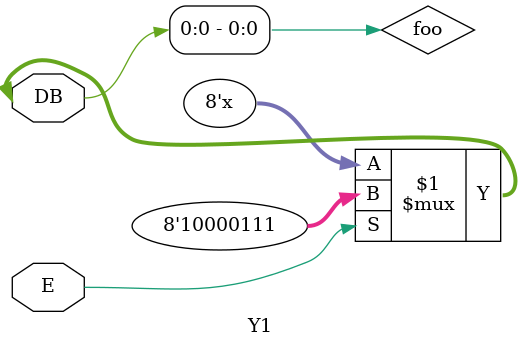
<source format=v>

module main;

   wire [31:0] DB;
   reg	       E;

   X2 U (.DB(DB[31:8]), .E(E));
   Y1 V (.DB(DB[7:0]),  .E(E));

   initial begin
      E = 0;
      #1 if (DB !== 32'hzzzzzzzz) begin
	 $display("FAILED -- DB=%b", DB);
	 $finish;
      end

      E = 1;
      #1 if (DB !== 32'h9zzzzz87) begin
	 $display("FAILED -- DB=%b", DB);
	 $finish;
      end

      $display("PASSED");
   end // initial begin

endmodule // main

module X2(inout wire [31:8] DB, input wire E);

   X1 uu (.DB(DB[31:28]), .E(E));

endmodule // X2

module X1(inout wire [31:28] DB, input wire E);

   wire foo = DB[31:28];
   assign DB[31:28] = E? 4'b1001 : 4'bzzzz;

endmodule // sub

module Y1(inout wire [7:0] DB, input wire E);

   wire foo = DB[7:0];
   assign DB[7:0] = E? 8'h87 : 8'hzz;

endmodule // sub

</source>
